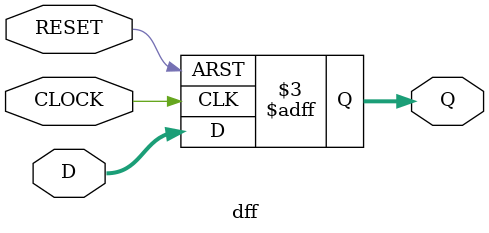
<source format=sv>
`ifndef DFF
`define DFF

`timescale 1ns/100ps

module dff
    #(parameter n = 16)(
    //
    // ---------------- PORT DEFINITIONS ----------------
    //
    input  logic CLOCK, RESET,
    input  logic [(n-1):0] D,
    output logic [(n-1):0] Q
);
    //
    // ---------------- MODULE DESIGN IMPLEMENTATION ----------------
    //

    //start on 0
    initial begin
	Q <= 0;
    end

    always @(posedge CLOCK, posedge RESET)
    begin
        if (RESET)
        begin
            Q <= 0;
        end
        else
        begin
            Q <= D;
        end
    end
endmodule

`endif // DFF

</source>
